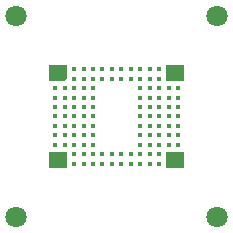
<source format=gbr>
%TF.GenerationSoftware,KiCad,Pcbnew,9.0.2*%
%TF.CreationDate,2025-10-20T10:27:04+08:00*%
%TF.ProjectId,IMX415,494d5834-3135-42e6-9b69-6361645f7063,rev?*%
%TF.SameCoordinates,Original*%
%TF.FileFunction,Soldermask,Top*%
%TF.FilePolarity,Negative*%
%FSLAX46Y46*%
G04 Gerber Fmt 4.6, Leading zero omitted, Abs format (unit mm)*
G04 Created by KiCad (PCBNEW 9.0.2) date 2025-10-20 10:27:04*
%MOMM*%
%LPD*%
G01*
G04 APERTURE LIST*
G04 Aperture macros list*
%AMOutline5P*
0 Free polygon, 5 corners , with rotation*
0 The origin of the aperture is its center*
0 number of corners: always 5*
0 $1 to $10 corner X, Y*
0 $11 Rotation angle, in degrees counterclockwise*
0 create outline with 5 corners*
4,1,5,$1,$2,$3,$4,$5,$6,$7,$8,$9,$10,$1,$2,$11*%
%AMOutline6P*
0 Free polygon, 6 corners , with rotation*
0 The origin of the aperture is its center*
0 number of corners: always 6*
0 $1 to $12 corner X, Y*
0 $13 Rotation angle, in degrees counterclockwise*
0 create outline with 6 corners*
4,1,6,$1,$2,$3,$4,$5,$6,$7,$8,$9,$10,$11,$12,$1,$2,$13*%
%AMOutline7P*
0 Free polygon, 7 corners , with rotation*
0 The origin of the aperture is its center*
0 number of corners: always 7*
0 $1 to $14 corner X, Y*
0 $15 Rotation angle, in degrees counterclockwise*
0 create outline with 7 corners*
4,1,7,$1,$2,$3,$4,$5,$6,$7,$8,$9,$10,$11,$12,$13,$14,$1,$2,$15*%
%AMOutline8P*
0 Free polygon, 8 corners , with rotation*
0 The origin of the aperture is its center*
0 number of corners: always 8*
0 $1 to $16 corner X, Y*
0 $17 Rotation angle, in degrees counterclockwise*
0 create outline with 8 corners*
4,1,8,$1,$2,$3,$4,$5,$6,$7,$8,$9,$10,$11,$12,$13,$14,$15,$16,$1,$2,$17*%
G04 Aperture macros list end*
%ADD10Outline5P,-0.775000X0.420000X-0.495000X0.700000X0.775000X0.700000X0.775000X-0.700000X-0.775000X-0.700000X180.000000*%
%ADD11C,0.400000*%
%ADD12R,1.550000X1.400000*%
%ADD13C,1.800000*%
G04 APERTURE END LIST*
D10*
%TO.C,U1*%
X158328700Y-106800271D03*
D11*
X158053700Y-107250271D03*
X158053700Y-108050271D03*
X158053700Y-108850271D03*
X158053700Y-109650271D03*
X158053700Y-110450271D03*
X158053700Y-111250271D03*
X158053700Y-112050271D03*
X158053700Y-112850271D03*
D12*
X158328700Y-114100271D03*
D11*
X158053700Y-114450271D03*
X158853700Y-106450271D03*
X158753700Y-107150271D03*
X158853700Y-108050271D03*
X158853700Y-108850271D03*
X158853700Y-109650271D03*
X158853700Y-110450271D03*
X158853700Y-111250271D03*
X158853700Y-112050271D03*
X158853700Y-112850271D03*
X158853700Y-113650271D03*
X158853700Y-114450271D03*
X159653700Y-106450270D03*
X159653700Y-107250271D03*
X159653700Y-108050271D03*
X159653700Y-108850271D03*
X159653700Y-109650271D03*
X159653701Y-110450271D03*
X159653700Y-111250271D03*
X159653700Y-112050271D03*
X159653700Y-112850271D03*
X159653700Y-113650271D03*
X159653700Y-114450272D03*
X160453700Y-106450271D03*
X160453700Y-107250271D03*
X160453700Y-108050271D03*
X160453700Y-108850271D03*
X160453700Y-109650272D03*
X160453700Y-110450271D03*
X160453700Y-111250270D03*
X160453700Y-112050271D03*
X160453700Y-112850271D03*
X160453700Y-113650271D03*
X160453700Y-114450271D03*
X161253700Y-106450270D03*
X161253700Y-107250271D03*
X161253700Y-108050271D03*
X161253700Y-108850271D03*
X161253700Y-109650271D03*
X161253699Y-110450271D03*
X161253700Y-111250271D03*
X161253700Y-112050271D03*
X161253700Y-112850271D03*
X161253700Y-113650271D03*
X161253700Y-114450272D03*
X162053700Y-106450271D03*
X162053700Y-107250271D03*
X162053700Y-113650271D03*
X162053700Y-114450271D03*
X162853700Y-106450271D03*
X162853700Y-107250271D03*
X162853700Y-113650271D03*
X162853700Y-114450271D03*
X163653700Y-106450271D03*
X163653700Y-107250271D03*
X163653700Y-113650271D03*
X163653700Y-114450271D03*
X164453700Y-106450271D03*
X164453700Y-107250271D03*
X164453700Y-113650271D03*
X164453700Y-114450271D03*
X165253700Y-106450270D03*
X165253700Y-107250271D03*
X165253700Y-108050271D03*
X165253700Y-108850271D03*
X165253700Y-109650271D03*
X165253701Y-110450271D03*
X165253700Y-111250271D03*
X165253700Y-112050271D03*
X165253700Y-112850271D03*
X165253700Y-113650271D03*
X165253700Y-114450272D03*
X166053700Y-106450271D03*
X166053700Y-107250271D03*
X166053700Y-108050271D03*
X166053700Y-108850271D03*
X166053700Y-109650272D03*
X166053700Y-110450271D03*
X166053700Y-111250270D03*
X166053700Y-112050271D03*
X166053700Y-112850271D03*
X166053700Y-113650271D03*
X166053700Y-114450271D03*
X166853700Y-106450270D03*
X166853700Y-107250271D03*
X166853700Y-108050271D03*
X166853700Y-108850271D03*
X166853700Y-109650271D03*
X166853699Y-110450271D03*
X166853700Y-111250271D03*
X166853700Y-112050271D03*
X166853700Y-112850271D03*
X166853700Y-113650271D03*
X166853700Y-114450272D03*
X167653700Y-106450271D03*
X167653700Y-107250271D03*
X167653700Y-108050271D03*
X167653700Y-108850271D03*
X167653700Y-109650271D03*
X167653700Y-110450271D03*
X167653700Y-111250271D03*
X167653700Y-112050271D03*
X167653700Y-112850271D03*
X167653700Y-113650271D03*
X167653700Y-114450271D03*
D12*
X168178700Y-106800271D03*
D11*
X168453700Y-107250271D03*
X168453700Y-108050271D03*
X168453700Y-108850271D03*
X168453700Y-109650271D03*
X168453700Y-110450271D03*
X168453700Y-111250271D03*
X168453700Y-112050271D03*
X168453700Y-112850271D03*
D12*
X168178700Y-114100271D03*
D11*
X168453700Y-114450271D03*
%TD*%
D13*
%TO.C,J1*%
X154753700Y-101950271D03*
X154753700Y-118950271D03*
X171753700Y-101950271D03*
X171753700Y-118950271D03*
%TD*%
M02*

</source>
